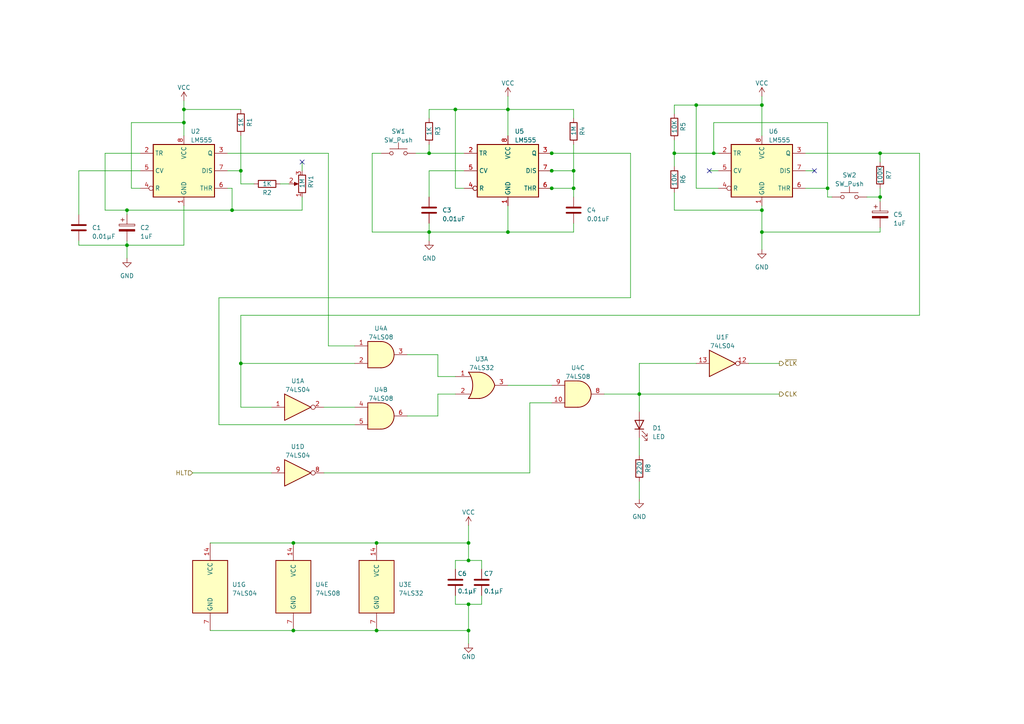
<source format=kicad_sch>
(kicad_sch (version 20230121) (generator eeschema)
  (paper "A4")
  (lib_symbols
    (symbol "74xx:74LS04"
      (property "Reference" "U" (at 0 1.27 0))
      (property "Value" "74LS04" (at 0 -1.27 0))
      (symbol "74LS04_1_0"
        (polyline (pts (xy -3.81 3.81) (xy -3.81 -3.81) (xy 3.81 0) (xy -3.81 3.81)) (stroke (width 0.254)) (fill (type background)))
        (pin input line (at -7.62 0 0) (length 3.81) (name "~") (number "1"))
        (pin output inverted (at 7.62 0 180) (length 3.81) (name "~") (number "2"))
      )
      (symbol "74LS04_2_0"
        (polyline (pts (xy -3.81 3.81) (xy -3.81 -3.81) (xy 3.81 0) (xy -3.81 3.81)) (stroke (width 0.254)) (fill (type background)))
        (pin input line (at -7.62 0 0) (length 3.81) (name "~") (number "3"))
        (pin output inverted (at 7.62 0 180) (length 3.81) (name "~") (number "4"))
      )
      (symbol "74LS04_3_0"
        (polyline (pts (xy -3.81 3.81) (xy -3.81 -3.81) (xy 3.81 0) (xy -3.81 3.81)) (stroke (width 0.254)) (fill (type background)))
        (pin input line (at -7.62 0 0) (length 3.81) (name "~") (number "5"))
        (pin output inverted (at 7.62 0 180) (length 3.81) (name "~") (number "6"))
      )
      (symbol "74LS04_4_0"
        (polyline (pts (xy -3.81 3.81) (xy -3.81 -3.81) (xy 3.81 0) (xy -3.81 3.81)) (stroke (width 0.254)) (fill (type background)))
        (pin output inverted (at 7.62 0 180) (length 3.81) (name "~") (number "8"))
        (pin input line (at -7.62 0 0) (length 3.81) (name "~") (number "9"))
      )
      (symbol "74LS04_5_0"
        (polyline (pts (xy -3.81 3.81) (xy -3.81 -3.81) (xy 3.81 0) (xy -3.81 3.81)) (stroke (width 0.254)) (fill (type background)))
        (pin output inverted (at 7.62 0 180) (length 3.81) (name "~") (number "10"))
        (pin input line (at -7.62 0 0) (length 3.81) (name "~") (number "11"))
      )
      (symbol "74LS04_6_0"
        (polyline (pts (xy -3.81 3.81) (xy -3.81 -3.81) (xy 3.81 0) (xy -3.81 3.81)) (stroke (width 0.254)) (fill (type background)))
        (pin output inverted (at 7.62 0 180) (length 3.81) (name "~") (number "12"))
        (pin input line (at -7.62 0 0) (length 3.81) (name "~") (number "13"))
      )
      (symbol "74LS04_7_0"
        (pin power_in line (at 0 12.7 270) (length 5.08) (name "VCC") (number "14"))
        (pin power_in line (at 0 -12.7 90) (length 5.08) (name "GND") (number "7"))
      )
      (symbol "74LS04_7_1"
        (rectangle (start -5.08 7.62) (end 5.08 -7.62) (stroke (width 0.254)) (fill (type background)))
      )
    )
    (symbol "74xx:74LS08" (pin_names (offset 1.016))
      (property "Reference" "U" (at 0 1.27 0))
      (property "Value" "74LS08" (at 0 -1.27 0))
      (symbol "74LS08_1_1"
        (arc (start 0 -3.81) (mid 3.7934 0) (end 0 3.81) (stroke (width 0.254)) (fill (type background)))
        (polyline (pts (xy 0 3.81) (xy -3.81 3.81) (xy -3.81 -3.81) (xy 0 -3.81)) (stroke (width 0.254)) (fill (type background)))
        (pin input line (at -7.62 2.54 0) (length 3.81) (name "~") (number "1"))
        (pin input line (at -7.62 -2.54 0) (length 3.81) (name "~") (number "2"))
        (pin output line (at 7.62 0 180) (length 3.81) (name "~") (number "3"))
      )
      (symbol "74LS08_1_2"
        (arc (start -3.81 -3.81) (mid -2.589 0) (end -3.81 3.81) (stroke (width 0.254)))
        (arc (start -0.6096 -3.81) (mid 2.1842 -2.5851) (end 3.81 0) (stroke (width 0.254)) (fill (type background)))
        (polyline (pts (xy -3.81 -3.81) (xy -0.635 -3.81)) (stroke (width 0.254)) (fill (type background)))
        (polyline (pts (xy -3.81 3.81) (xy -0.635 3.81)) (stroke (width 0.254)) (fill (type background)))
        (polyline (pts (xy -0.635 3.81) (xy -3.81 3.81) (xy -3.81 3.81) (xy -3.556 3.4036) (xy -3.0226 2.2606) (xy -2.6924 1.0414) (xy -2.6162 -0.254) (xy -2.7686 -1.4986) (xy -3.175 -2.7178) (xy -3.81 -3.81) (xy -3.81 -3.81) (xy -0.635 -3.81)) (stroke (width -25.4)) (fill (type background)))
        (arc (start 3.81 0) (mid 2.1915 2.5936) (end -0.6096 3.81) (stroke (width 0.254)) (fill (type background)))
        (pin input inverted (at -7.62 2.54 0) (length 4.318) (name "~") (number "1"))
        (pin input inverted (at -7.62 -2.54 0) (length 4.318) (name "~") (number "2"))
        (pin output inverted (at 7.62 0 180) (length 3.81) (name "~") (number "3"))
      )
      (symbol "74LS08_2_1"
        (arc (start 0 -3.81) (mid 3.7934 0) (end 0 3.81) (stroke (width 0.254)) (fill (type background)))
        (polyline (pts (xy 0 3.81) (xy -3.81 3.81) (xy -3.81 -3.81) (xy 0 -3.81)) (stroke (width 0.254)) (fill (type background)))
        (pin input line (at -7.62 2.54 0) (length 3.81) (name "~") (number "4"))
        (pin input line (at -7.62 -2.54 0) (length 3.81) (name "~") (number "5"))
        (pin output line (at 7.62 0 180) (length 3.81) (name "~") (number "6"))
      )
      (symbol "74LS08_2_2"
        (arc (start -3.81 -3.81) (mid -2.589 0) (end -3.81 3.81) (stroke (width 0.254)))
        (arc (start -0.6096 -3.81) (mid 2.1842 -2.5851) (end 3.81 0) (stroke (width 0.254)) (fill (type background)))
        (polyline (pts (xy -3.81 -3.81) (xy -0.635 -3.81)) (stroke (width 0.254)) (fill (type background)))
        (polyline (pts (xy -3.81 3.81) (xy -0.635 3.81)) (stroke (width 0.254)) (fill (type background)))
        (polyline (pts (xy -0.635 3.81) (xy -3.81 3.81) (xy -3.81 3.81) (xy -3.556 3.4036) (xy -3.0226 2.2606) (xy -2.6924 1.0414) (xy -2.6162 -0.254) (xy -2.7686 -1.4986) (xy -3.175 -2.7178) (xy -3.81 -3.81) (xy -3.81 -3.81) (xy -0.635 -3.81)) (stroke (width -25.4)) (fill (type background)))
        (arc (start 3.81 0) (mid 2.1915 2.5936) (end -0.6096 3.81) (stroke (width 0.254)) (fill (type background)))
        (pin input inverted (at -7.62 2.54 0) (length 4.318) (name "~") (number "4"))
        (pin input inverted (at -7.62 -2.54 0) (length 4.318) (name "~") (number "5"))
        (pin output inverted (at 7.62 0 180) (length 3.81) (name "~") (number "6"))
      )
      (symbol "74LS08_3_1"
        (arc (start 0 -3.81) (mid 3.7934 0) (end 0 3.81) (stroke (width 0.254)) (fill (type background)))
        (polyline (pts (xy 0 3.81) (xy -3.81 3.81) (xy -3.81 -3.81) (xy 0 -3.81)) (stroke (width 0.254)) (fill (type background)))
        (pin input line (at -7.62 -2.54 0) (length 3.81) (name "~") (number "10"))
        (pin output line (at 7.62 0 180) (length 3.81) (name "~") (number "8"))
        (pin input line (at -7.62 2.54 0) (length 3.81) (name "~") (number "9"))
      )
      (symbol "74LS08_3_2"
        (arc (start -3.81 -3.81) (mid -2.589 0) (end -3.81 3.81) (stroke (width 0.254)))
        (arc (start -0.6096 -3.81) (mid 2.1842 -2.5851) (end 3.81 0) (stroke (width 0.254)) (fill (type background)))
        (polyline (pts (xy -3.81 -3.81) (xy -0.635 -3.81)) (stroke (width 0.254)) (fill (type background)))
        (polyline (pts (xy -3.81 3.81) (xy -0.635 3.81)) (stroke (width 0.254)) (fill (type background)))
        (polyline (pts (xy -0.635 3.81) (xy -3.81 3.81) (xy -3.81 3.81) (xy -3.556 3.4036) (xy -3.0226 2.2606) (xy -2.6924 1.0414) (xy -2.6162 -0.254) (xy -2.7686 -1.4986) (xy -3.175 -2.7178) (xy -3.81 -3.81) (xy -3.81 -3.81) (xy -0.635 -3.81)) (stroke (width -25.4)) (fill (type background)))
        (arc (start 3.81 0) (mid 2.1915 2.5936) (end -0.6096 3.81) (stroke (width 0.254)) (fill (type background)))
        (pin input inverted (at -7.62 -2.54 0) (length 4.318) (name "~") (number "10"))
        (pin output inverted (at 7.62 0 180) (length 3.81) (name "~") (number "8"))
        (pin input inverted (at -7.62 2.54 0) (length 4.318) (name "~") (number "9"))
      )
      (symbol "74LS08_4_1"
        (arc (start 0 -3.81) (mid 3.7934 0) (end 0 3.81) (stroke (width 0.254)) (fill (type background)))
        (polyline (pts (xy 0 3.81) (xy -3.81 3.81) (xy -3.81 -3.81) (xy 0 -3.81)) (stroke (width 0.254)) (fill (type background)))
        (pin output line (at 7.62 0 180) (length 3.81) (name "~") (number "11"))
        (pin input line (at -7.62 2.54 0) (length 3.81) (name "~") (number "12"))
        (pin input line (at -7.62 -2.54 0) (length 3.81) (name "~") (number "13"))
      )
      (symbol "74LS08_4_2"
        (arc (start -3.81 -3.81) (mid -2.589 0) (end -3.81 3.81) (stroke (width 0.254)))
        (arc (start -0.6096 -3.81) (mid 2.1842 -2.5851) (end 3.81 0) (stroke (width 0.254)) (fill (type background)))
        (polyline (pts (xy -3.81 -3.81) (xy -0.635 -3.81)) (stroke (width 0.254)) (fill (type background)))
        (polyline (pts (xy -3.81 3.81) (xy -0.635 3.81)) (stroke (width 0.254)) (fill (type background)))
        (polyline (pts (xy -0.635 3.81) (xy -3.81 3.81) (xy -3.81 3.81) (xy -3.556 3.4036) (xy -3.0226 2.2606) (xy -2.6924 1.0414) (xy -2.6162 -0.254) (xy -2.7686 -1.4986) (xy -3.175 -2.7178) (xy -3.81 -3.81) (xy -3.81 -3.81) (xy -0.635 -3.81)) (stroke (width -25.4)) (fill (type background)))
        (arc (start 3.81 0) (mid 2.1915 2.5936) (end -0.6096 3.81) (stroke (width 0.254)) (fill (type background)))
        (pin output inverted (at 7.62 0 180) (length 3.81) (name "~") (number "11"))
        (pin input inverted (at -7.62 2.54 0) (length 4.318) (name "~") (number "12"))
        (pin input inverted (at -7.62 -2.54 0) (length 4.318) (name "~") (number "13"))
      )
      (symbol "74LS08_5_0"
        (pin power_in line (at 0 12.7 270) (length 5.08) (name "VCC") (number "14"))
        (pin power_in line (at 0 -12.7 90) (length 5.08) (name "GND") (number "7"))
      )
      (symbol "74LS08_5_1"
        (rectangle (start -5.08 7.62) (end 5.08 -7.62) (stroke (width 0.254)) (fill (type background)))
      )
    )
    (symbol "74xx:74LS32" (pin_names (offset 1.016))
      (property "Reference" "U" (at 0 1.27 0))
      (property "Value" "74LS32" (at 0 -1.27 0))
      (symbol "74LS32_1_1"
        (arc (start -3.81 -3.81) (mid -2.589 0) (end -3.81 3.81) (stroke (width 0.254)))
        (arc (start -0.6096 -3.81) (mid 2.1842 -2.5851) (end 3.81 0) (stroke (width 0.254)) (fill (type background)))
        (polyline (pts (xy -3.81 -3.81) (xy -0.635 -3.81)) (stroke (width 0.254)) (fill (type background)))
        (polyline (pts (xy -3.81 3.81) (xy -0.635 3.81)) (stroke (width 0.254)) (fill (type background)))
        (polyline (pts (xy -0.635 3.81) (xy -3.81 3.81) (xy -3.81 3.81) (xy -3.556 3.4036) (xy -3.0226 2.2606) (xy -2.6924 1.0414) (xy -2.6162 -0.254) (xy -2.7686 -1.4986) (xy -3.175 -2.7178) (xy -3.81 -3.81) (xy -3.81 -3.81) (xy -0.635 -3.81)) (stroke (width -25.4)) (fill (type background)))
        (arc (start 3.81 0) (mid 2.1915 2.5936) (end -0.6096 3.81) (stroke (width 0.254)) (fill (type background)))
        (pin input line (at -7.62 2.54 0) (length 4.318) (name "~") (number "1"))
        (pin input line (at -7.62 -2.54 0) (length 4.318) (name "~") (number "2"))
        (pin output line (at 7.62 0 180) (length 3.81) (name "~") (number "3"))
      )
      (symbol "74LS32_1_2"
        (arc (start 0 -3.81) (mid 3.7934 0) (end 0 3.81) (stroke (width 0.254)) (fill (type background)))
        (polyline (pts (xy 0 3.81) (xy -3.81 3.81) (xy -3.81 -3.81) (xy 0 -3.81)) (stroke (width 0.254)) (fill (type background)))
        (pin input inverted (at -7.62 2.54 0) (length 3.81) (name "~") (number "1"))
        (pin input inverted (at -7.62 -2.54 0) (length 3.81) (name "~") (number "2"))
        (pin output inverted (at 7.62 0 180) (length 3.81) (name "~") (number "3"))
      )
      (symbol "74LS32_2_1"
        (arc (start -3.81 -3.81) (mid -2.589 0) (end -3.81 3.81) (stroke (width 0.254)))
        (arc (start -0.6096 -3.81) (mid 2.1842 -2.5851) (end 3.81 0) (stroke (width 0.254)) (fill (type background)))
        (polyline (pts (xy -3.81 -3.81) (xy -0.635 -3.81)) (stroke (width 0.254)) (fill (type background)))
        (polyline (pts (xy -3.81 3.81) (xy -0.635 3.81)) (stroke (width 0.254)) (fill (type background)))
        (polyline (pts (xy -0.635 3.81) (xy -3.81 3.81) (xy -3.81 3.81) (xy -3.556 3.4036) (xy -3.0226 2.2606) (xy -2.6924 1.0414) (xy -2.6162 -0.254) (xy -2.7686 -1.4986) (xy -3.175 -2.7178) (xy -3.81 -3.81) (xy -3.81 -3.81) (xy -0.635 -3.81)) (stroke (width -25.4)) (fill (type background)))
        (arc (start 3.81 0) (mid 2.1915 2.5936) (end -0.6096 3.81) (stroke (width 0.254)) (fill (type background)))
        (pin input line (at -7.62 2.54 0) (length 4.318) (name "~") (number "4"))
        (pin input line (at -7.62 -2.54 0) (length 4.318) (name "~") (number "5"))
        (pin output line (at 7.62 0 180) (length 3.81) (name "~") (number "6"))
      )
      (symbol "74LS32_2_2"
        (arc (start 0 -3.81) (mid 3.7934 0) (end 0 3.81) (stroke (width 0.254)) (fill (type background)))
        (polyline (pts (xy 0 3.81) (xy -3.81 3.81) (xy -3.81 -3.81) (xy 0 -3.81)) (stroke (width 0.254)) (fill (type background)))
        (pin input inverted (at -7.62 2.54 0) (length 3.81) (name "~") (number "4"))
        (pin input inverted (at -7.62 -2.54 0) (length 3.81) (name "~") (number "5"))
        (pin output inverted (at 7.62 0 180) (length 3.81) (name "~") (number "6"))
      )
      (symbol "74LS32_3_1"
        (arc (start -3.81 -3.81) (mid -2.589 0) (end -3.81 3.81) (stroke (width 0.254)))
        (arc (start -0.6096 -3.81) (mid 2.1842 -2.5851) (end 3.81 0) (stroke (width 0.254)) (fill (type background)))
        (polyline (pts (xy -3.81 -3.81) (xy -0.635 -3.81)) (stroke (width 0.254)) (fill (type background)))
        (polyline (pts (xy -3.81 3.81) (xy -0.635 3.81)) (stroke (width 0.254)) (fill (type background)))
        (polyline (pts (xy -0.635 3.81) (xy -3.81 3.81) (xy -3.81 3.81) (xy -3.556 3.4036) (xy -3.0226 2.2606) (xy -2.6924 1.0414) (xy -2.6162 -0.254) (xy -2.7686 -1.4986) (xy -3.175 -2.7178) (xy -3.81 -3.81) (xy -3.81 -3.81) (xy -0.635 -3.81)) (stroke (width -25.4)) (fill (type background)))
        (arc (start 3.81 0) (mid 2.1915 2.5936) (end -0.6096 3.81) (stroke (width 0.254)) (fill (type background)))
        (pin input line (at -7.62 -2.54 0) (length 4.318) (name "~") (number "10"))
        (pin output line (at 7.62 0 180) (length 3.81) (name "~") (number "8"))
        (pin input line (at -7.62 2.54 0) (length 4.318) (name "~") (number "9"))
      )
      (symbol "74LS32_3_2"
        (arc (start 0 -3.81) (mid 3.7934 0) (end 0 3.81) (stroke (width 0.254)) (fill (type background)))
        (polyline (pts (xy 0 3.81) (xy -3.81 3.81) (xy -3.81 -3.81) (xy 0 -3.81)) (stroke (width 0.254)) (fill (type background)))
        (pin input inverted (at -7.62 -2.54 0) (length 3.81) (name "~") (number "10"))
        (pin output inverted (at 7.62 0 180) (length 3.81) (name "~") (number "8"))
        (pin input inverted (at -7.62 2.54 0) (length 3.81) (name "~") (number "9"))
      )
      (symbol "74LS32_4_1"
        (arc (start -3.81 -3.81) (mid -2.589 0) (end -3.81 3.81) (stroke (width 0.254)))
        (arc (start -0.6096 -3.81) (mid 2.1842 -2.5851) (end 3.81 0) (stroke (width 0.254)) (fill (type background)))
        (polyline (pts (xy -3.81 -3.81) (xy -0.635 -3.81)) (stroke (width 0.254)) (fill (type background)))
        (polyline (pts (xy -3.81 3.81) (xy -0.635 3.81)) (stroke (width 0.254)) (fill (type background)))
        (polyline (pts (xy -0.635 3.81) (xy -3.81 3.81) (xy -3.81 3.81) (xy -3.556 3.4036) (xy -3.0226 2.2606) (xy -2.6924 1.0414) (xy -2.6162 -0.254) (xy -2.7686 -1.4986) (xy -3.175 -2.7178) (xy -3.81 -3.81) (xy -3.81 -3.81) (xy -0.635 -3.81)) (stroke (width -25.4)) (fill (type background)))
        (arc (start 3.81 0) (mid 2.1915 2.5936) (end -0.6096 3.81) (stroke (width 0.254)) (fill (type background)))
        (pin output line (at 7.62 0 180) (length 3.81) (name "~") (number "11"))
        (pin input line (at -7.62 2.54 0) (length 4.318) (name "~") (number "12"))
        (pin input line (at -7.62 -2.54 0) (length 4.318) (name "~") (number "13"))
      )
      (symbol "74LS32_4_2"
        (arc (start 0 -3.81) (mid 3.7934 0) (end 0 3.81) (stroke (width 0.254)) (fill (type background)))
        (polyline (pts (xy 0 3.81) (xy -3.81 3.81) (xy -3.81 -3.81) (xy 0 -3.81)) (stroke (width 0.254)) (fill (type background)))
        (pin output inverted (at 7.62 0 180) (length 3.81) (name "~") (number "11"))
        (pin input inverted (at -7.62 2.54 0) (length 3.81) (name "~") (number "12"))
        (pin input inverted (at -7.62 -2.54 0) (length 3.81) (name "~") (number "13"))
      )
      (symbol "74LS32_5_0"
        (pin power_in line (at 0 12.7 270) (length 5.08) (name "VCC") (number "14"))
        (pin power_in line (at 0 -12.7 90) (length 5.08) (name "GND") (number "7"))
      )
      (symbol "74LS32_5_1"
        (rectangle (start -5.08 7.62) (end 5.08 -7.62) (stroke (width 0.254)) (fill (type background)))
      )
    )
    (symbol "Device:C" (pin_numbers hide) (pin_names (offset 0.254))
      (property "Reference" "C" (at 0.635 2.54 0))
      (property "Value" "C" (at 0.635 -2.54 0))
      (symbol "C_0_1"
        (polyline (pts (xy -2.032 -0.762) (xy 2.032 -0.762)) (stroke (width 0.508)))
        (polyline (pts (xy -2.032 0.762) (xy 2.032 0.762)) (stroke (width 0.508)))
      )
      (symbol "C_1_1"
        (pin passive line (at 0 3.81 270) (length 2.794) (name "~") (number "1"))
        (pin passive line (at 0 -3.81 90) (length 2.794) (name "~") (number "2"))
      )
    )
    (symbol "Device:C_Polarized" (pin_numbers hide) (pin_names (offset 0.254))
      (property "Reference" "C" (at 0.635 2.54 0))
      (property "Value" "C_Polarized" (at 0.635 -2.54 0))
      (symbol "C_Polarized_0_1"
        (rectangle (start -2.286 0.508) (end 2.286 1.016))
        (polyline (pts (xy -1.778 2.286) (xy -0.762 2.286)))
        (polyline (pts (xy -1.27 2.794) (xy -1.27 1.778)))
        (rectangle (start 2.286 -0.508) (end -2.286 -1.016) (fill (type outline)))
      )
      (symbol "C_Polarized_1_1"
        (pin passive line (at 0 3.81 270) (length 2.794) (name "~") (number "1"))
        (pin passive line (at 0 -3.81 90) (length 2.794) (name "~") (number "2"))
      )
    )
    (symbol "Device:LED" (pin_numbers hide) (pin_names (offset 1.016) hide)
      (property "Reference" "D" (at 0 2.54 0))
      (property "Value" "LED" (at 0 -2.54 0))
      (symbol "LED_0_1"
        (polyline (pts (xy -1.27 -1.27) (xy -1.27 1.27)) (stroke (width 0.254)))
        (polyline (pts (xy -1.27 0) (xy 1.27 0)))
        (polyline (pts (xy 1.27 -1.27) (xy 1.27 1.27) (xy -1.27 0) (xy 1.27 -1.27)) (stroke (width 0.254)))
        (polyline (pts (xy -3.048 -0.762) (xy -4.572 -2.286) (xy -3.81 -2.286) (xy -4.572 -2.286) (xy -4.572 -1.524)))
        (polyline (pts (xy -1.778 -0.762) (xy -3.302 -2.286) (xy -2.54 -2.286) (xy -3.302 -2.286) (xy -3.302 -1.524)))
      )
      (symbol "LED_1_1"
        (pin passive line (at -3.81 0 0) (length 2.54) (name "K") (number "1"))
        (pin passive line (at 3.81 0 180) (length 2.54) (name "A") (number "2"))
      )
    )
    (symbol "Device:R" (pin_numbers hide) (pin_names (offset 0))
      (property "Reference" "R" (at 2.032 0 90))
      (property "Value" "R" (at 0 0 90))
      (symbol "R_0_1"
        (rectangle (start -1.016 -2.54) (end 1.016 2.54) (stroke (width 0.254)))
      )
      (symbol "R_1_1"
        (pin passive line (at 0 3.81 270) (length 1.27) (name "~") (number "1"))
        (pin passive line (at 0 -3.81 90) (length 1.27) (name "~") (number "2"))
      )
    )
    (symbol "Device:R_Potentiometer" (pin_names (offset 1.016) hide)
      (property "Reference" "RV" (at -4.445 0 90))
      (property "Value" "R_Potentiometer" (at -2.54 0 90))
      (symbol "R_Potentiometer_0_1"
        (polyline (pts (xy 2.54 0) (xy 1.524 0)))
        (polyline (pts (xy 1.143 0) (xy 2.286 0.508) (xy 2.286 -0.508) (xy 1.143 0)) (fill (type outline)))
        (rectangle (start 1.016 2.54) (end -1.016 -2.54) (stroke (width 0.254)))
      )
      (symbol "R_Potentiometer_1_1"
        (pin passive line (at 0 3.81 270) (length 1.27) (name "1") (number "1"))
        (pin passive line (at 3.81 0 180) (length 1.27) (name "2") (number "2"))
        (pin passive line (at 0 -3.81 90) (length 1.27) (name "3") (number "3"))
      )
    )
    (symbol "Switch:SW_Push" (pin_numbers hide) (pin_names (offset 1.016) hide)
      (property "Reference" "SW" (at 1.27 2.54 0))
      (property "Value" "SW_Push" (at 0 -1.524 0))
      (symbol "SW_Push_0_1"
        (circle (center -2.032 0) (radius 0.508))
        (polyline (pts (xy 0 1.27) (xy 0 3.048)))
        (polyline (pts (xy 2.54 1.27) (xy -2.54 1.27)))
        (circle (center 2.032 0) (radius 0.508))
        (pin passive line (at -5.08 0 0) (length 2.54) (name "1") (number "1"))
        (pin passive line (at 5.08 0 180) (length 2.54) (name "2") (number "2"))
      )
    )
    (symbol "Timer:LM555xM"
      (property "Reference" "U" (at -10.16 8.89 0))
      (property "Value" "LM555xM" (at 2.54 8.89 0))
      (symbol "LM555xM_0_0"
        (pin power_in line (at 0 -10.16 90) (length 2.54) (name "GND") (number "1"))
        (pin power_in line (at 0 10.16 270) (length 2.54) (name "VCC") (number "8"))
      )
      (symbol "LM555xM_0_1"
        (rectangle (start -8.89 -7.62) (end 8.89 7.62) (stroke (width 0.254)) (fill (type background)))
        (rectangle (start -8.89 -7.62) (end 8.89 7.62) (stroke (width 0.254)) (fill (type background)))
      )
      (symbol "LM555xM_1_1"
        (pin input line (at -12.7 5.08 0) (length 3.81) (name "TR") (number "2"))
        (pin output line (at 12.7 5.08 180) (length 3.81) (name "Q") (number "3"))
        (pin input inverted (at -12.7 -5.08 0) (length 3.81) (name "R") (number "4"))
        (pin input line (at -12.7 0 0) (length 3.81) (name "CV") (number "5"))
        (pin input line (at 12.7 -5.08 180) (length 3.81) (name "THR") (number "6"))
        (pin input line (at 12.7 0 180) (length 3.81) (name "DIS") (number "7"))
      )
    )
    (symbol "power:GND" (power) (pin_names (offset 0))
      (property "Value" "GND" (at 0 -3.81 0))
      (symbol "GND_0_1"
        (polyline (pts (xy 0 0) (xy 0 -1.27) (xy 1.27 -1.27) (xy 0 -2.54) (xy -1.27 -1.27) (xy 0 -1.27)))
      )
      (symbol "GND_1_1"
        (pin power_in line (at 0 0 270) (length 0) hide (name "GND") (number "1"))
      )
    )
    (symbol "power:VCC" (power) (pin_names (offset 0))
      (property "Value" "VCC" (at 0 3.81 0))
      (symbol "VCC_0_1"
        (polyline (pts (xy -0.762 1.27) (xy 0 2.54)))
        (polyline (pts (xy 0 0) (xy 0 2.54)))
        (polyline (pts (xy 0 2.54) (xy 0.762 1.27)))
      )
      (symbol "VCC_1_1"
        (pin power_in line (at 0 0 90) (length 0) hide (name "VCC") (number "1"))
      )
    )
  )
  (junction (at 147.32 67.31))
  (junction (at 135.89 182.88))
  (junction (at 201.93 30.48))
  (junction (at 220.98 30.48))
  (junction (at 85.09 157.48))
  (junction (at 53.34 35.56))
  (junction (at 160.02 44.45))
  (junction (at 255.27 44.45))
  (junction (at 69.85 105.41))
  (junction (at 53.34 31.75))
  (junction (at 207.01 44.45))
  (junction (at 160.02 54.61))
  (junction (at 135.89 162.56))
  (junction (at 135.89 157.48))
  (junction (at 220.98 67.31))
  (junction (at 220.98 60.96))
  (junction (at 36.83 71.12))
  (junction (at 240.03 54.61))
  (junction (at 109.22 182.88))
  (junction (at 166.37 49.53))
  (junction (at 195.58 44.45))
  (junction (at 67.31 60.96))
  (junction (at 69.85 49.53))
  (junction (at 185.42 114.3))
  (junction (at 147.32 31.75))
  (junction (at 85.09 182.88))
  (junction (at 255.27 57.15))
  (junction (at 135.89 175.26))
  (junction (at 124.46 67.31))
  (junction (at 166.37 54.61))
  (junction (at 109.22 157.48))
  (junction (at 36.83 60.96))
  (junction (at 132.08 31.75))
  (junction (at 160.02 49.53))
  (junction (at 124.46 44.45))
  (no_connect (at 205.74 49.53))
  (no_connect (at 236.22 49.53))
  (no_connect (at 87.63 46.99))
  (wire (pts (xy 67.31 60.96) (xy 87.63 60.96)))
  (wire (pts (xy 220.98 27.94) (xy 220.98 30.48)))
  (wire (pts (xy 95.25 100.33) (xy 102.87 100.33)))
  (wire (pts (xy 30.48 60.96) (xy 36.83 60.96)))
  (wire (pts (xy 147.32 59.69) (xy 147.32 67.31)))
  (wire (pts (xy 107.95 67.31) (xy 124.46 67.31)))
  (wire (pts (xy 147.32 31.75) (xy 147.32 27.94)))
  (wire (pts (xy 53.34 31.75) (xy 53.34 35.56)))
  (wire (pts (xy 124.46 44.45) (xy 120.65 44.45)))
  (wire (pts (xy 40.64 44.45) (xy 30.48 44.45)))
  (wire (pts (xy 22.86 71.12) (xy 36.83 71.12)))
  (wire (pts (xy 195.58 40.64) (xy 195.58 44.45)))
  (wire (pts (xy 158.75 44.45) (xy 160.02 44.45)))
  (wire (pts (xy 95.25 44.45) (xy 95.25 100.33)))
  (wire (pts (xy 135.89 186.69) (xy 135.89 182.88)))
  (wire (pts (xy 63.5 86.36) (xy 182.88 86.36)))
  (wire (pts (xy 166.37 31.75) (xy 147.32 31.75)))
  (wire (pts (xy 85.09 157.48) (xy 109.22 157.48)))
  (wire (pts (xy 147.32 67.31) (xy 166.37 67.31)))
  (wire (pts (xy 132.08 175.26) (xy 135.89 175.26)))
  (wire (pts (xy 147.32 111.76) (xy 160.02 111.76)))
  (wire (pts (xy 69.85 39.37) (xy 69.85 49.53)))
  (wire (pts (xy 124.46 49.53) (xy 124.46 57.15)))
  (wire (pts (xy 195.58 44.45) (xy 195.58 48.26)))
  (wire (pts (xy 109.22 182.88) (xy 135.89 182.88)))
  (wire (pts (xy 67.31 54.61) (xy 67.31 60.96)))
  (wire (pts (xy 153.67 116.84) (xy 160.02 116.84)))
  (wire (pts (xy 158.75 54.61) (xy 160.02 54.61)))
  (wire (pts (xy 53.34 59.69) (xy 53.34 71.12)))
  (wire (pts (xy 195.58 55.88) (xy 195.58 60.96)))
  (wire (pts (xy 185.42 139.7) (xy 185.42 144.78)))
  (wire (pts (xy 124.46 67.31) (xy 124.46 64.77)))
  (wire (pts (xy 195.58 33.02) (xy 195.58 30.48)))
  (wire (pts (xy 208.28 54.61) (xy 201.93 54.61)))
  (wire (pts (xy 266.7 44.45) (xy 266.7 91.44)))
  (wire (pts (xy 132.08 172.72) (xy 132.08 175.26)))
  (wire (pts (xy 55.88 137.16) (xy 78.74 137.16)))
  (wire (pts (xy 195.58 44.45) (xy 207.01 44.45)))
  (wire (pts (xy 233.68 49.53) (xy 236.22 49.53)))
  (wire (pts (xy 166.37 54.61) (xy 166.37 57.15)))
  (wire (pts (xy 107.95 44.45) (xy 107.95 67.31)))
  (wire (pts (xy 124.46 67.31) (xy 147.32 67.31)))
  (wire (pts (xy 132.08 162.56) (xy 135.89 162.56)))
  (wire (pts (xy 166.37 49.53) (xy 166.37 54.61)))
  (wire (pts (xy 66.04 54.61) (xy 67.31 54.61)))
  (wire (pts (xy 201.93 30.48) (xy 220.98 30.48)))
  (wire (pts (xy 158.75 49.53) (xy 160.02 49.53)))
  (wire (pts (xy 195.58 30.48) (xy 201.93 30.48)))
  (wire (pts (xy 66.04 49.53) (xy 69.85 49.53)))
  (wire (pts (xy 22.86 69.85) (xy 22.86 71.12)))
  (wire (pts (xy 255.27 67.31) (xy 220.98 67.31)))
  (wire (pts (xy 127 114.3) (xy 132.08 114.3)))
  (wire (pts (xy 135.89 162.56) (xy 139.7 162.56)))
  (wire (pts (xy 132.08 165.1) (xy 132.08 162.56)))
  (wire (pts (xy 233.68 54.61) (xy 240.03 54.61)))
  (wire (pts (xy 69.85 53.34) (xy 69.85 49.53)))
  (wire (pts (xy 175.26 114.3) (xy 185.42 114.3)))
  (wire (pts (xy 240.03 57.15) (xy 240.03 54.61)))
  (wire (pts (xy 30.48 44.45) (xy 30.48 60.96)))
  (wire (pts (xy 124.46 69.85) (xy 124.46 67.31)))
  (wire (pts (xy 185.42 132.08) (xy 185.42 127)))
  (wire (pts (xy 69.85 118.11) (xy 78.74 118.11)))
  (wire (pts (xy 139.7 172.72) (xy 139.7 175.26)))
  (wire (pts (xy 81.28 53.34) (xy 83.82 53.34)))
  (wire (pts (xy 166.37 34.29) (xy 166.37 31.75)))
  (wire (pts (xy 118.11 120.65) (xy 127 120.65)))
  (wire (pts (xy 110.49 44.45) (xy 107.95 44.45)))
  (wire (pts (xy 109.22 157.48) (xy 135.89 157.48)))
  (wire (pts (xy 63.5 123.19) (xy 102.87 123.19)))
  (wire (pts (xy 132.08 54.61) (xy 134.62 54.61)))
  (wire (pts (xy 207.01 44.45) (xy 208.28 44.45)))
  (wire (pts (xy 69.85 105.41) (xy 102.87 105.41)))
  (wire (pts (xy 185.42 114.3) (xy 185.42 105.41)))
  (wire (pts (xy 160.02 49.53) (xy 166.37 49.53)))
  (wire (pts (xy 160.02 54.61) (xy 166.37 54.61)))
  (wire (pts (xy 102.87 118.11) (xy 93.98 118.11)))
  (wire (pts (xy 69.85 53.34) (xy 73.66 53.34)))
  (wire (pts (xy 36.83 74.93) (xy 36.83 71.12)))
  (wire (pts (xy 118.11 102.87) (xy 127 102.87)))
  (wire (pts (xy 166.37 64.77) (xy 166.37 67.31)))
  (wire (pts (xy 60.96 157.48) (xy 85.09 157.48)))
  (wire (pts (xy 220.98 67.31) (xy 220.98 72.39)))
  (wire (pts (xy 85.09 182.88) (xy 109.22 182.88)))
  (wire (pts (xy 255.27 67.31) (xy 255.27 66.04)))
  (wire (pts (xy 60.96 182.88) (xy 85.09 182.88)))
  (wire (pts (xy 124.46 41.91) (xy 124.46 44.45)))
  (wire (pts (xy 63.5 86.36) (xy 63.5 123.19)))
  (wire (pts (xy 255.27 46.99) (xy 255.27 44.45)))
  (wire (pts (xy 182.88 44.45) (xy 182.88 86.36)))
  (wire (pts (xy 53.34 31.75) (xy 69.85 31.75)))
  (wire (pts (xy 220.98 60.96) (xy 220.98 67.31)))
  (wire (pts (xy 69.85 118.11) (xy 69.85 105.41)))
  (wire (pts (xy 134.62 49.53) (xy 124.46 49.53)))
  (wire (pts (xy 87.63 57.15) (xy 87.63 60.96)))
  (wire (pts (xy 205.74 49.53) (xy 208.28 49.53)))
  (wire (pts (xy 132.08 31.75) (xy 132.08 54.61)))
  (wire (pts (xy 255.27 44.45) (xy 266.7 44.45)))
  (wire (pts (xy 124.46 34.29) (xy 124.46 31.75)))
  (wire (pts (xy 93.98 137.16) (xy 153.67 137.16)))
  (wire (pts (xy 67.31 60.96) (xy 36.83 60.96)))
  (wire (pts (xy 240.03 54.61) (xy 240.03 35.56)))
  (wire (pts (xy 36.83 71.12) (xy 53.34 71.12)))
  (wire (pts (xy 147.32 31.75) (xy 147.32 39.37)))
  (wire (pts (xy 127 102.87) (xy 127 109.22)))
  (wire (pts (xy 53.34 35.56) (xy 53.34 39.37)))
  (wire (pts (xy 36.83 69.85) (xy 36.83 71.12)))
  (wire (pts (xy 22.86 49.53) (xy 22.86 62.23)))
  (wire (pts (xy 220.98 59.69) (xy 220.98 60.96)))
  (wire (pts (xy 36.83 60.96) (xy 36.83 62.23)))
  (wire (pts (xy 207.01 35.56) (xy 207.01 44.45)))
  (wire (pts (xy 132.08 31.75) (xy 147.32 31.75)))
  (wire (pts (xy 135.89 182.88) (xy 135.89 175.26)))
  (wire (pts (xy 185.42 105.41) (xy 201.93 105.41)))
  (wire (pts (xy 233.68 44.45) (xy 255.27 44.45)))
  (wire (pts (xy 251.46 57.15) (xy 255.27 57.15)))
  (wire (pts (xy 139.7 162.56) (xy 139.7 165.1)))
  (wire (pts (xy 135.89 157.48) (xy 135.89 152.4)))
  (wire (pts (xy 124.46 31.75) (xy 132.08 31.75)))
  (wire (pts (xy 185.42 119.38) (xy 185.42 114.3)))
  (wire (pts (xy 240.03 57.15) (xy 241.3 57.15)))
  (wire (pts (xy 255.27 57.15) (xy 255.27 58.42)))
  (wire (pts (xy 40.64 49.53) (xy 22.86 49.53)))
  (wire (pts (xy 135.89 175.26) (xy 139.7 175.26)))
  (wire (pts (xy 166.37 41.91) (xy 166.37 49.53)))
  (wire (pts (xy 87.63 46.99) (xy 87.63 49.53)))
  (wire (pts (xy 53.34 29.21) (xy 53.34 31.75)))
  (wire (pts (xy 38.1 54.61) (xy 38.1 35.56)))
  (wire (pts (xy 266.7 91.44) (xy 69.85 91.44)))
  (wire (pts (xy 226.06 114.3) (xy 185.42 114.3)))
  (wire (pts (xy 124.46 44.45) (xy 134.62 44.45)))
  (wire (pts (xy 220.98 30.48) (xy 220.98 39.37)))
  (wire (pts (xy 135.89 162.56) (xy 135.89 157.48)))
  (wire (pts (xy 217.17 105.41) (xy 226.06 105.41)))
  (wire (pts (xy 38.1 35.56) (xy 53.34 35.56)))
  (wire (pts (xy 240.03 35.56) (xy 207.01 35.56)))
  (wire (pts (xy 40.64 54.61) (xy 38.1 54.61)))
  (wire (pts (xy 195.58 60.96) (xy 220.98 60.96)))
  (wire (pts (xy 160.02 44.45) (xy 182.88 44.45)))
  (wire (pts (xy 127 109.22) (xy 132.08 109.22)))
  (wire (pts (xy 201.93 54.61) (xy 201.93 30.48)))
  (wire (pts (xy 69.85 91.44) (xy 69.85 105.41)))
  (wire (pts (xy 66.04 44.45) (xy 95.25 44.45)))
  (wire (pts (xy 153.67 137.16) (xy 153.67 116.84)))
  (wire (pts (xy 255.27 54.61) (xy 255.27 57.15)))
  (wire (pts (xy 127 120.65) (xy 127 114.3)))
  (hierarchical_label "CLK" (shape output) (at 226.06 114.3 0))
  (hierarchical_label "~{CLK}" (shape output) (at 226.06 105.41 0))
  (hierarchical_label "HLT" (shape input) (at 55.88 137.16 180))
  (symbol (lib_id "74xx:74LS04") (at 86.36 118.11 0) (unit 1)
    (property "Reference" "U1" (at 86.36 110.49 0))
    (property "Value" "74LS04" (at 86.36 113.03 0))
    (property "Datasheet" "http://www.ti.com/lit/gpn/sn74LS04" (effects hide))
  )
  (symbol (lib_id "Device:R_Potentiometer") (at 87.63 53.34 180) (unit 1)
    (property "Reference" "RV1" (at 90.17 54.61 90) (effects (justify right)))
    (property "Value" "1M" (at 87.63 54.61 90) (effects (justify right)))
  )
  (symbol (lib_id "74xx:74LS04") (at 86.36 137.16 0) (unit 4)
    (property "Reference" "U1" (at 86.36 129.54 0))
    (property "Value" "74LS04" (at 86.36 132.08 0))
    (property "Datasheet" "http://www.ti.com/lit/gpn/sn74LS04" (effects hide))
  )
  (symbol (lib_id "power:GND") (at 124.46 69.85 0) (unit 1)
    (property "Reference" "#PWR03" (effects hide))
    (property "Value" "GND" (at 124.46 74.93 0))
  )
  (symbol (lib_id "Device:R") (at 195.58 36.83 0) (unit 1)
    (property "Reference" "R5" (at 198.12 38.1 90) (effects (justify left)))
    (property "Value" "10K" (at 195.6073 38.7097 90) (effects (justify left)))
  )
  (symbol (lib_id "74xx:74LS08") (at 85.09 170.18 0) (unit 5)
    (property "Reference" "U4" (at 91.44 169.545 0) (effects (justify left)))
    (property "Value" "74LS08" (at 91.44 172.085 0) (effects (justify left)))
    (property "Datasheet" "http://www.ti.com/lit/gpn/sn74LS08" (effects hide))
  )
  (symbol (lib_id "power:GND") (at 185.42 144.78 0) (unit 1)
    (property "Reference" "#PWR07" (effects hide))
    (property "Value" "GND" (at 185.42 149.86 0))
  )
  (symbol (lib_id "Switch:SW_Push") (at 115.57 44.45 0) (unit 1)
    (property "Reference" "SW1" (at 115.57 38.1 0))
    (property "Value" "SW_Push" (at 115.57 40.64 0))
  )
  (symbol (lib_id "74xx:74LS32") (at 139.7 111.76 0) (unit 1)
    (property "Reference" "U3" (at 139.7 104.14 0))
    (property "Value" "74LS32" (at 139.7 106.68 0))
    (property "Datasheet" "http://www.ti.com/lit/gpn/sn74LS32" (effects hide))
  )
  (symbol (lib_id "Timer:LM555xM") (at 147.32 49.53 0) (unit 1)
    (property "Reference" "U5" (at 149.2759 38.1 0) (effects (justify left)))
    (property "Value" "LM555" (at 149.2759 40.64 0) (effects (justify left)))
    (property "Footprint" "Package_SO:SOIC-8_3.9x4.9mm_P1.27mm" (effects hide))
    (property "Datasheet" "http://www.ti.com/lit/ds/symlink/lm555.pdf" (effects hide))
  )
  (symbol (lib_id "74xx:74LS04") (at 60.96 170.18 0) (unit 7)
    (property "Reference" "U1" (at 67.31 169.545 0) (effects (justify left)))
    (property "Value" "74LS04" (at 67.31 172.085 0) (effects (justify left)))
    (property "Datasheet" "http://www.ti.com/lit/gpn/sn74LS04" (effects hide))
  )
  (symbol (lib_id "Device:C_Polarized") (at 255.27 62.23 0) (unit 1)
    (property "Reference" "C5" (at 259.08 62.23 0) (effects (justify left)))
    (property "Value" "1uF" (at 259.08 64.77 0) (effects (justify left)))
  )
  (symbol (lib_id "Switch:SW_Push") (at 246.38 57.15 0) (unit 1)
    (property "Reference" "SW2" (at 246.38 50.8 0))
    (property "Value" "SW_Push" (at 246.38 53.34 0))
  )
  (symbol (lib_id "power:GND") (at 36.83 74.93 0) (unit 1)
    (property "Reference" "#PWR01" (effects hide))
    (property "Value" "GND" (at 36.83 80.01 0))
  )
  (symbol (lib_id "Device:R") (at 124.46 38.1 0) (unit 1)
    (property "Reference" "R3" (at 127 39.37 90) (effects (justify left)))
    (property "Value" "1K" (at 124.46 39.37 90) (effects (justify left)))
  )
  (symbol (lib_id "74xx:74LS08") (at 167.64 114.3 0) (unit 3)
    (property "Reference" "U4" (at 167.6317 106.68 0))
    (property "Value" "74LS08" (at 167.6317 109.22 0))
    (property "Datasheet" "http://www.ti.com/lit/gpn/sn74LS08" (effects hide))
  )
  (symbol (lib_id "Device:C") (at 124.46 60.96 0) (unit 1)
    (property "Reference" "C3" (at 128.27 60.96 0) (effects (justify left)))
    (property "Value" "0.01uF" (at 128.27 63.5 0) (effects (justify left)))
  )
  (symbol (lib_id "Device:LED") (at 185.42 123.19 90) (unit 1)
    (property "Reference" "D1" (at 189.23 124.1425 90) (effects (justify right)))
    (property "Value" "LED" (at 189.23 126.6825 90) (effects (justify right)))
  )
  (symbol (lib_id "74xx:74LS08") (at 110.49 120.65 0) (unit 2)
    (property "Reference" "U4" (at 110.4817 113.03 0))
    (property "Value" "74LS08" (at 110.4817 115.57 0))
    (property "Datasheet" "http://www.ti.com/lit/gpn/sn74LS08" (effects hide))
  )
  (symbol (lib_id "Timer:LM555xM") (at 220.98 49.53 0) (unit 1)
    (property "Reference" "U6" (at 222.9359 38.1 0) (effects (justify left)))
    (property "Value" "LM555" (at 222.9359 40.64 0) (effects (justify left)))
    (property "Footprint" "Package_SO:SOIC-8_3.9x4.9mm_P1.27mm" (effects hide))
    (property "Datasheet" "http://www.ti.com/lit/ds/symlink/lm555.pdf" (effects hide))
  )
  (symbol (lib_id "74xx:74LS32") (at 109.22 170.18 0) (unit 5)
    (property "Reference" "U3" (at 115.57 169.545 0) (effects (justify left)))
    (property "Value" "74LS32" (at 115.57 172.085 0) (effects (justify left)))
    (property "Datasheet" "http://www.ti.com/lit/gpn/sn74LS32" (effects hide))
  )
  (symbol (lib_id "power:VCC") (at 53.34 29.21 0) (unit 1)
    (property "Reference" "#PWR02" (effects hide))
    (property "Value" "VCC" (at 53.34 25.4 0))
  )
  (symbol (lib_id "Device:R") (at 69.85 35.56 0) (unit 1)
    (property "Reference" "R1" (at 72.39 36.83 90) (effects (justify left)))
    (property "Value" "1K" (at 69.85 36.83 90) (effects (justify left)))
  )
  (symbol (lib_id "power:GND") (at 220.98 72.39 0) (unit 1)
    (property "Reference" "#PWR06" (effects hide))
    (property "Value" "GND" (at 220.98 77.47 0))
  )
  (symbol (lib_id "Device:R") (at 195.58 52.07 0) (unit 1)
    (property "Reference" "R6" (at 198.12 53.34 90) (effects (justify left)))
    (property "Value" "10K" (at 195.5991 54.0149 90) (effects (justify left)))
  )
  (symbol (lib_id "Device:R") (at 185.42 135.89 0) (unit 1)
    (property "Reference" "R8" (at 187.96 137.16 90) (effects (justify left)))
    (property "Value" "220" (at 185.4676 137.6626 90) (effects (justify left)))
  )
  (symbol (lib_id "power:VCC") (at 135.89 152.4 0) (unit 1)
    (property "Reference" "#PWR08" (effects hide))
    (property "Value" "VCC" (at 135.89 148.59 0))
  )
  (symbol (lib_id "Device:C") (at 139.7 168.91 0) (unit 1)
    (property "Reference" "C7" (at 140.335 166.37 0) (effects (justify left)))
    (property "Value" "0.1µF" (at 140.335 171.45 0) (effects (justify left)))
    (property "Footprint" "Capacitor_THT:C_Disc_D4.3mm_W1.9mm_P5.00mm" (effects hide))
  )
  (symbol (lib_id "Device:C") (at 166.37 60.96 0) (unit 1)
    (property "Reference" "C4" (at 170.18 60.96 0) (effects (justify left)))
    (property "Value" "0.01uF" (at 170.18 63.5 0) (effects (justify left)))
  )
  (symbol (lib_id "Device:R") (at 166.37 38.1 0) (unit 1)
    (property "Reference" "R4" (at 168.91 39.37 90) (effects (justify left)))
    (property "Value" "1M" (at 166.37 39.37 90) (effects (justify left)))
  )
  (symbol (lib_id "Device:R") (at 77.47 53.34 90) (unit 1)
    (property "Reference" "R2" (at 77.47 55.88 90))
    (property "Value" "1K" (at 77.47 53.34 90))
  )
  (symbol (lib_id "Device:C") (at 22.86 66.04 0) (unit 1)
    (property "Reference" "C1" (at 26.67 66.04 0) (effects (justify left)))
    (property "Value" "0.01µF" (at 26.67 68.58 0) (effects (justify left)))
  )
  (symbol (lib_id "74xx:74LS04") (at 209.55 105.41 0) (unit 6)
    (property "Reference" "U1" (at 209.55 97.79 0))
    (property "Value" "74LS04" (at 209.55 100.33 0))
    (property "Datasheet" "http://www.ti.com/lit/gpn/sn74LS04" (effects hide))
  )
  (symbol (lib_id "power:VCC") (at 147.32 27.94 0) (unit 1)
    (property "Reference" "#PWR04" (effects hide))
    (property "Value" "VCC" (at 147.32 24.13 0))
  )
  (symbol (lib_id "power:VCC") (at 220.98 27.94 0) (unit 1)
    (property "Reference" "#PWR05" (effects hide))
    (property "Value" "VCC" (at 220.98 24.13 0))
  )
  (symbol (lib_id "Timer:LM555xM") (at 53.34 49.53 0) (unit 1)
    (property "Reference" "U2" (at 55.2959 38.1 0) (effects (justify left)))
    (property "Value" "LM555" (at 55.2959 40.64 0) (effects (justify left)))
    (property "Footprint" "Package_SO:SOIC-8_3.9x4.9mm_P1.27mm" (effects hide))
    (property "Datasheet" "http://www.ti.com/lit/ds/symlink/lm555.pdf" (effects hide))
  )
  (symbol (lib_id "power:GND") (at 135.89 186.69 0) (unit 1)
    (property "Reference" "#PWR09" (effects hide))
    (property "Value" "GND" (at 135.89 190.5 0))
  )
  (symbol (lib_id "Device:C_Polarized") (at 36.83 66.04 0) (unit 1)
    (property "Reference" "C2" (at 40.64 66.04 0) (effects (justify left)))
    (property "Value" "1uF" (at 40.64 68.58 0) (effects (justify left)))
  )
  (symbol (lib_id "Device:C") (at 132.08 168.91 0) (unit 1)
    (property "Reference" "C6" (at 132.715 166.37 0) (effects (justify left)))
    (property "Value" "0.1µF" (at 132.715 171.45 0) (effects (justify left)))
    (property "Footprint" "Capacitor_THT:C_Disc_D4.3mm_W1.9mm_P5.00mm" (effects hide))
  )
  (symbol (lib_id "Device:R") (at 255.27 50.8 0) (unit 1)
    (property "Reference" "R7" (at 257.81 52.07 90) (effects (justify left)))
    (property "Value" "100K" (at 255.27 53.34 90) (effects (justify left)))
  )
  (symbol (lib_id "74xx:74LS08") (at 110.49 102.87 0) (unit 1)
    (property "Reference" "U4" (at 110.4817 95.25 0))
    (property "Value" "74LS08" (at 110.4817 97.79 0))
    (property "Datasheet" "http://www.ti.com/lit/gpn/sn74LS08" (effects hide))
  )
)
</source>
